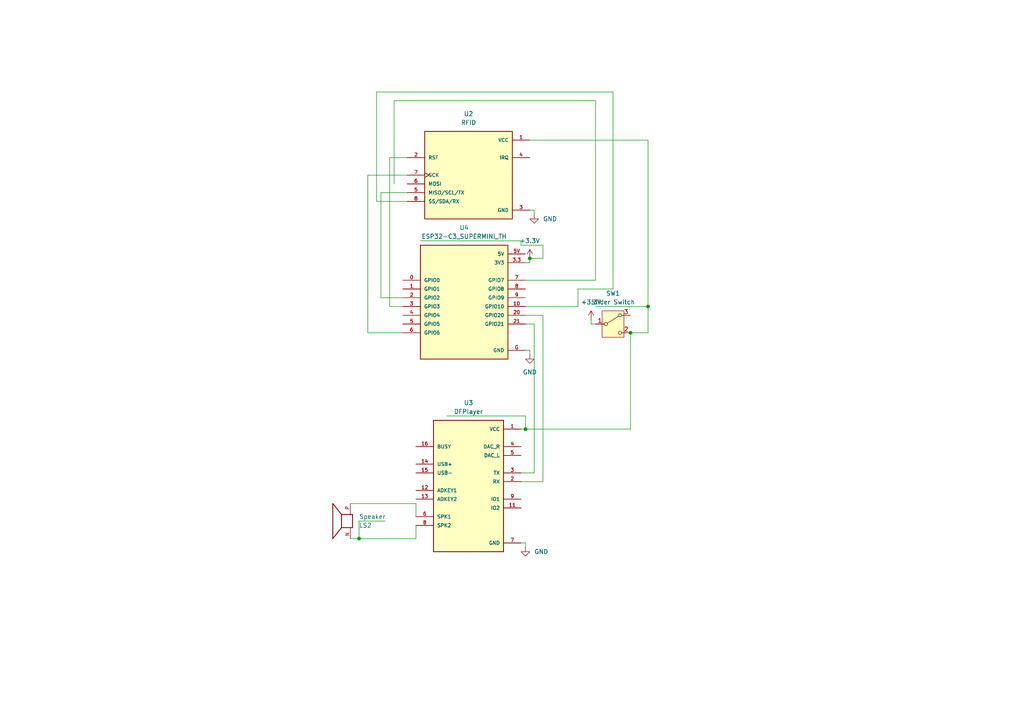
<source format=kicad_sch>
(kicad_sch
	(version 20250114)
	(generator "eeschema")
	(generator_version "9.0")
	(uuid "28b9e432-97c7-416d-90c1-8d7d325c0aca")
	(paper "A4")
	(lib_symbols
		(symbol "DFR0299:DFR0299"
			(pin_names
				(offset 1.016)
			)
			(exclude_from_sim no)
			(in_bom yes)
			(on_board yes)
			(property "Reference" "U"
				(at -10.16 18.542 0)
				(effects
					(font
						(size 1.27 1.27)
					)
					(justify left bottom)
				)
			)
			(property "Value" "DFR0299"
				(at -10.16 -22.86 0)
				(effects
					(font
						(size 1.27 1.27)
					)
					(justify left bottom)
				)
			)
			(property "Footprint" "DFR0299:MODULE_DFR0299"
				(at 0 0 0)
				(effects
					(font
						(size 1.27 1.27)
					)
					(justify bottom)
					(hide yes)
				)
			)
			(property "Datasheet" ""
				(at 0 0 0)
				(effects
					(font
						(size 1.27 1.27)
					)
					(hide yes)
				)
			)
			(property "Description" "Dfplayer - a Mini Mp3 Player"
				(at 0 0 0)
				(effects
					(font
						(size 1.27 1.27)
					)
					(justify bottom)
					(hide yes)
				)
			)
			(property "MF" "DFRobot"
				(at 0 0 0)
				(effects
					(font
						(size 1.27 1.27)
					)
					(justify bottom)
					(hide yes)
				)
			)
			(property "PACKAGE" "None"
				(at 0 0 0)
				(effects
					(font
						(size 1.27 1.27)
					)
					(justify bottom)
					(hide yes)
				)
			)
			(property "PRICE" "None"
				(at 0 0 0)
				(effects
					(font
						(size 1.27 1.27)
					)
					(justify bottom)
					(hide yes)
				)
			)
			(property "Package" "None"
				(at 0 0 0)
				(effects
					(font
						(size 1.27 1.27)
					)
					(justify bottom)
					(hide yes)
				)
			)
			(property "Check_prices" "https://www.snapeda.com/parts/DFR0299/DFRobot/view-part/?ref=eda"
				(at 0 0 0)
				(effects
					(font
						(size 1.27 1.27)
					)
					(justify bottom)
					(hide yes)
				)
			)
			(property "Price" "None"
				(at 0 0 0)
				(effects
					(font
						(size 1.27 1.27)
					)
					(justify bottom)
					(hide yes)
				)
			)
			(property "SnapEDA_Link" "https://www.snapeda.com/parts/DFR0299/DFRobot/view-part/?ref=snap"
				(at 0 0 0)
				(effects
					(font
						(size 1.27 1.27)
					)
					(justify bottom)
					(hide yes)
				)
			)
			(property "MP" "DFR0299"
				(at 0 0 0)
				(effects
					(font
						(size 1.27 1.27)
					)
					(justify bottom)
					(hide yes)
				)
			)
			(property "Purchase-URL" "https://www.snapeda.com/api/url_track_click_mouser/?unipart_id=588059&manufacturer=DFRobot&part_name=DFR0299&search_term=None"
				(at 0 0 0)
				(effects
					(font
						(size 1.27 1.27)
					)
					(justify bottom)
					(hide yes)
				)
			)
			(property "Availability" "In Stock"
				(at 0 0 0)
				(effects
					(font
						(size 1.27 1.27)
					)
					(justify bottom)
					(hide yes)
				)
			)
			(property "AVAILABILITY" "Unavailable"
				(at 0 0 0)
				(effects
					(font
						(size 1.27 1.27)
					)
					(justify bottom)
					(hide yes)
				)
			)
			(property "Description_1" "- MP3 Player Audio Arduino Platform Evaluation Expansion Board"
				(at 0 0 0)
				(effects
					(font
						(size 1.27 1.27)
					)
					(justify bottom)
					(hide yes)
				)
			)
			(symbol "DFR0299_0_0"
				(rectangle
					(start -10.16 -20.32)
					(end 10.16 17.78)
					(stroke
						(width 0.254)
						(type default)
					)
					(fill
						(type background)
					)
				)
				(pin input line
					(at -15.24 10.16 0)
					(length 5.08)
					(name "BUSY"
						(effects
							(font
								(size 1.016 1.016)
							)
						)
					)
					(number "16"
						(effects
							(font
								(size 1.016 1.016)
							)
						)
					)
				)
				(pin input line
					(at -15.24 5.08 0)
					(length 5.08)
					(name "USB+"
						(effects
							(font
								(size 1.016 1.016)
							)
						)
					)
					(number "14"
						(effects
							(font
								(size 1.016 1.016)
							)
						)
					)
				)
				(pin input line
					(at -15.24 2.54 0)
					(length 5.08)
					(name "USB-"
						(effects
							(font
								(size 1.016 1.016)
							)
						)
					)
					(number "15"
						(effects
							(font
								(size 1.016 1.016)
							)
						)
					)
				)
				(pin input line
					(at -15.24 -2.54 0)
					(length 5.08)
					(name "ADKEY1"
						(effects
							(font
								(size 1.016 1.016)
							)
						)
					)
					(number "12"
						(effects
							(font
								(size 1.016 1.016)
							)
						)
					)
				)
				(pin input line
					(at -15.24 -5.08 0)
					(length 5.08)
					(name "ADKEY2"
						(effects
							(font
								(size 1.016 1.016)
							)
						)
					)
					(number "13"
						(effects
							(font
								(size 1.016 1.016)
							)
						)
					)
				)
				(pin passive line
					(at -15.24 -10.16 0)
					(length 5.08)
					(name "SPK1"
						(effects
							(font
								(size 1.016 1.016)
							)
						)
					)
					(number "6"
						(effects
							(font
								(size 1.016 1.016)
							)
						)
					)
				)
				(pin passive line
					(at -15.24 -12.7 0)
					(length 5.08)
					(name "SPK2"
						(effects
							(font
								(size 1.016 1.016)
							)
						)
					)
					(number "8"
						(effects
							(font
								(size 1.016 1.016)
							)
						)
					)
				)
				(pin power_in line
					(at 15.24 15.24 180)
					(length 5.08)
					(name "VCC"
						(effects
							(font
								(size 1.016 1.016)
							)
						)
					)
					(number "1"
						(effects
							(font
								(size 1.016 1.016)
							)
						)
					)
				)
				(pin output line
					(at 15.24 10.16 180)
					(length 5.08)
					(name "DAC_R"
						(effects
							(font
								(size 1.016 1.016)
							)
						)
					)
					(number "4"
						(effects
							(font
								(size 1.016 1.016)
							)
						)
					)
				)
				(pin output line
					(at 15.24 7.62 180)
					(length 5.08)
					(name "DAC_L"
						(effects
							(font
								(size 1.016 1.016)
							)
						)
					)
					(number "5"
						(effects
							(font
								(size 1.016 1.016)
							)
						)
					)
				)
				(pin output line
					(at 15.24 2.54 180)
					(length 5.08)
					(name "TX"
						(effects
							(font
								(size 1.016 1.016)
							)
						)
					)
					(number "3"
						(effects
							(font
								(size 1.016 1.016)
							)
						)
					)
				)
				(pin input line
					(at 15.24 0 180)
					(length 5.08)
					(name "RX"
						(effects
							(font
								(size 1.016 1.016)
							)
						)
					)
					(number "2"
						(effects
							(font
								(size 1.016 1.016)
							)
						)
					)
				)
				(pin bidirectional line
					(at 15.24 -5.08 180)
					(length 5.08)
					(name "IO1"
						(effects
							(font
								(size 1.016 1.016)
							)
						)
					)
					(number "9"
						(effects
							(font
								(size 1.016 1.016)
							)
						)
					)
				)
				(pin bidirectional line
					(at 15.24 -7.62 180)
					(length 5.08)
					(name "IO2"
						(effects
							(font
								(size 1.016 1.016)
							)
						)
					)
					(number "11"
						(effects
							(font
								(size 1.016 1.016)
							)
						)
					)
				)
				(pin power_in line
					(at 15.24 -17.78 180)
					(length 5.08)
					(hide yes)
					(name "GND"
						(effects
							(font
								(size 1.016 1.016)
							)
						)
					)
					(number "10"
						(effects
							(font
								(size 1.016 1.016)
							)
						)
					)
				)
				(pin power_in line
					(at 15.24 -17.78 180)
					(length 5.08)
					(name "GND"
						(effects
							(font
								(size 1.016 1.016)
							)
						)
					)
					(number "7"
						(effects
							(font
								(size 1.016 1.016)
							)
						)
					)
				)
			)
			(embedded_fonts no)
		)
		(symbol "ESP32-c3 super mini:ESP32-C3_SUPERMINI_TH"
			(pin_names
				(offset 1.016)
			)
			(exclude_from_sim no)
			(in_bom yes)
			(on_board yes)
			(property "Reference" "U"
				(at -12.7 16.002 0)
				(effects
					(font
						(size 1.27 1.27)
					)
					(justify left bottom)
				)
			)
			(property "Value" "ESP32-C3_SUPERMINI_TH"
				(at -12.7 -20.32 0)
				(effects
					(font
						(size 1.27 1.27)
					)
					(justify left bottom)
				)
			)
			(property "Footprint" "ESP32-C3_SUPERMINI_TH:MODULE_ESP32-C3_SUPERMINI_TH"
				(at 0 0 0)
				(effects
					(font
						(size 1.27 1.27)
					)
					(justify bottom)
					(hide yes)
				)
			)
			(property "Datasheet" ""
				(at 0 0 0)
				(effects
					(font
						(size 1.27 1.27)
					)
					(hide yes)
				)
			)
			(property "Description" ""
				(at 0 0 0)
				(effects
					(font
						(size 1.27 1.27)
					)
					(hide yes)
				)
			)
			(property "MF" "Espressif Systems"
				(at 0 0 0)
				(effects
					(font
						(size 1.27 1.27)
					)
					(justify bottom)
					(hide yes)
				)
			)
			(property "Description_1" "Super tiny ESP32-C3 board"
				(at 0 0 0)
				(effects
					(font
						(size 1.27 1.27)
					)
					(justify bottom)
					(hide yes)
				)
			)
			(property "CREATOR" "DIZAR"
				(at 0 0 0)
				(effects
					(font
						(size 1.27 1.27)
					)
					(justify bottom)
					(hide yes)
				)
			)
			(property "Price" "None"
				(at 0 0 0)
				(effects
					(font
						(size 1.27 1.27)
					)
					(justify bottom)
					(hide yes)
				)
			)
			(property "Package" "Package"
				(at 0 0 0)
				(effects
					(font
						(size 1.27 1.27)
					)
					(justify bottom)
					(hide yes)
				)
			)
			(property "Check_prices" "https://www.snapeda.com/parts/ESP32-C3%20SuperMini_TH/Espressif+Systems/view-part/?ref=eda"
				(at 0 0 0)
				(effects
					(font
						(size 1.27 1.27)
					)
					(justify bottom)
					(hide yes)
				)
			)
			(property "STANDARD" "IPC-7351B"
				(at 0 0 0)
				(effects
					(font
						(size 1.27 1.27)
					)
					(justify bottom)
					(hide yes)
				)
			)
			(property "VERIFIER" ""
				(at 0 0 0)
				(effects
					(font
						(size 1.27 1.27)
					)
					(justify bottom)
					(hide yes)
				)
			)
			(property "SnapEDA_Link" "https://www.snapeda.com/parts/ESP32-C3%20SuperMini_TH/Espressif+Systems/view-part/?ref=snap"
				(at 0 0 0)
				(effects
					(font
						(size 1.27 1.27)
					)
					(justify bottom)
					(hide yes)
				)
			)
			(property "MP" "ESP32-C3 SuperMini_TH"
				(at 0 0 0)
				(effects
					(font
						(size 1.27 1.27)
					)
					(justify bottom)
					(hide yes)
				)
			)
			(property "Availability" "Not in stock"
				(at 0 0 0)
				(effects
					(font
						(size 1.27 1.27)
					)
					(justify bottom)
					(hide yes)
				)
			)
			(property "MANUFACTURER" "Espressif Systems"
				(at 0 0 0)
				(effects
					(font
						(size 1.27 1.27)
					)
					(justify bottom)
					(hide yes)
				)
			)
			(symbol "ESP32-C3_SUPERMINI_TH_0_0"
				(rectangle
					(start -12.7 -17.78)
					(end 12.7 15.24)
					(stroke
						(width 0.254)
						(type default)
					)
					(fill
						(type background)
					)
				)
				(pin bidirectional line
					(at -17.78 5.08 0)
					(length 5.08)
					(name "GPIO0"
						(effects
							(font
								(size 1.016 1.016)
							)
						)
					)
					(number "0"
						(effects
							(font
								(size 1.016 1.016)
							)
						)
					)
				)
				(pin bidirectional line
					(at -17.78 2.54 0)
					(length 5.08)
					(name "GPIO1"
						(effects
							(font
								(size 1.016 1.016)
							)
						)
					)
					(number "1"
						(effects
							(font
								(size 1.016 1.016)
							)
						)
					)
				)
				(pin bidirectional line
					(at -17.78 0 0)
					(length 5.08)
					(name "GPIO2"
						(effects
							(font
								(size 1.016 1.016)
							)
						)
					)
					(number "2"
						(effects
							(font
								(size 1.016 1.016)
							)
						)
					)
				)
				(pin bidirectional line
					(at -17.78 -2.54 0)
					(length 5.08)
					(name "GPIO3"
						(effects
							(font
								(size 1.016 1.016)
							)
						)
					)
					(number "3"
						(effects
							(font
								(size 1.016 1.016)
							)
						)
					)
				)
				(pin bidirectional line
					(at -17.78 -5.08 0)
					(length 5.08)
					(name "GPIO4"
						(effects
							(font
								(size 1.016 1.016)
							)
						)
					)
					(number "4"
						(effects
							(font
								(size 1.016 1.016)
							)
						)
					)
				)
				(pin bidirectional line
					(at -17.78 -7.62 0)
					(length 5.08)
					(name "GPIO5"
						(effects
							(font
								(size 1.016 1.016)
							)
						)
					)
					(number "5"
						(effects
							(font
								(size 1.016 1.016)
							)
						)
					)
				)
				(pin bidirectional line
					(at -17.78 -10.16 0)
					(length 5.08)
					(name "GPIO6"
						(effects
							(font
								(size 1.016 1.016)
							)
						)
					)
					(number "6"
						(effects
							(font
								(size 1.016 1.016)
							)
						)
					)
				)
				(pin power_in line
					(at 17.78 12.7 180)
					(length 5.08)
					(name "5V"
						(effects
							(font
								(size 1.016 1.016)
							)
						)
					)
					(number "5V"
						(effects
							(font
								(size 1.016 1.016)
							)
						)
					)
				)
				(pin power_in line
					(at 17.78 10.16 180)
					(length 5.08)
					(name "3V3"
						(effects
							(font
								(size 1.016 1.016)
							)
						)
					)
					(number "3.3"
						(effects
							(font
								(size 1.016 1.016)
							)
						)
					)
				)
				(pin bidirectional line
					(at 17.78 5.08 180)
					(length 5.08)
					(name "GPIO7"
						(effects
							(font
								(size 1.016 1.016)
							)
						)
					)
					(number "7"
						(effects
							(font
								(size 1.016 1.016)
							)
						)
					)
				)
				(pin bidirectional line
					(at 17.78 2.54 180)
					(length 5.08)
					(name "GPIO8"
						(effects
							(font
								(size 1.016 1.016)
							)
						)
					)
					(number "8"
						(effects
							(font
								(size 1.016 1.016)
							)
						)
					)
				)
				(pin bidirectional line
					(at 17.78 0 180)
					(length 5.08)
					(name "GPIO9"
						(effects
							(font
								(size 1.016 1.016)
							)
						)
					)
					(number "9"
						(effects
							(font
								(size 1.016 1.016)
							)
						)
					)
				)
				(pin bidirectional line
					(at 17.78 -2.54 180)
					(length 5.08)
					(name "GPIO10"
						(effects
							(font
								(size 1.016 1.016)
							)
						)
					)
					(number "10"
						(effects
							(font
								(size 1.016 1.016)
							)
						)
					)
				)
				(pin bidirectional line
					(at 17.78 -5.08 180)
					(length 5.08)
					(name "GPIO20"
						(effects
							(font
								(size 1.016 1.016)
							)
						)
					)
					(number "20"
						(effects
							(font
								(size 1.016 1.016)
							)
						)
					)
				)
				(pin bidirectional line
					(at 17.78 -7.62 180)
					(length 5.08)
					(name "GPIO21"
						(effects
							(font
								(size 1.016 1.016)
							)
						)
					)
					(number "21"
						(effects
							(font
								(size 1.016 1.016)
							)
						)
					)
				)
				(pin power_in line
					(at 17.78 -15.24 180)
					(length 5.08)
					(name "GND"
						(effects
							(font
								(size 1.016 1.016)
							)
						)
					)
					(number "G"
						(effects
							(font
								(size 1.016 1.016)
							)
						)
					)
				)
			)
			(embedded_fonts no)
		)
		(symbol "RFID RC522:CEG006900"
			(pin_names
				(offset 1.016)
			)
			(exclude_from_sim no)
			(in_bom yes)
			(on_board yes)
			(property "Reference" "U"
				(at -12.7 15.24 0)
				(effects
					(font
						(size 1.27 1.27)
					)
					(justify left top)
				)
			)
			(property "Value" "CEG006900"
				(at -12.7 -15.24 0)
				(effects
					(font
						(size 1.27 1.27)
					)
					(justify left bottom)
				)
			)
			(property "Footprint" "CEG006900:MODULE_CEG006900"
				(at 0 0 0)
				(effects
					(font
						(size 1.27 1.27)
					)
					(justify bottom)
					(hide yes)
				)
			)
			(property "Datasheet" ""
				(at 0 0 0)
				(effects
					(font
						(size 1.27 1.27)
					)
					(hide yes)
				)
			)
			(property "Description" ""
				(at 0 0 0)
				(effects
					(font
						(size 1.27 1.27)
					)
					(hide yes)
				)
			)
			(property "MF" "YKS"
				(at 0 0 0)
				(effects
					(font
						(size 1.27 1.27)
					)
					(justify bottom)
					(hide yes)
				)
			)
			(property "Description_1" "RFID RC522 Reader IC Card Module Tags SPI Interface Read and Write"
				(at 0 0 0)
				(effects
					(font
						(size 1.27 1.27)
					)
					(justify bottom)
					(hide yes)
				)
			)
			(property "Package" "None"
				(at 0 0 0)
				(effects
					(font
						(size 1.27 1.27)
					)
					(justify bottom)
					(hide yes)
				)
			)
			(property "Price" "None"
				(at 0 0 0)
				(effects
					(font
						(size 1.27 1.27)
					)
					(justify bottom)
					(hide yes)
				)
			)
			(property "Check_prices" "https://www.snapeda.com/parts/CEG006900/YKS/view-part/?ref=eda"
				(at 0 0 0)
				(effects
					(font
						(size 1.27 1.27)
					)
					(justify bottom)
					(hide yes)
				)
			)
			(property "STANDARD" "IPC 7351B"
				(at 0 0 0)
				(effects
					(font
						(size 1.27 1.27)
					)
					(justify bottom)
					(hide yes)
				)
			)
			(property "PARTREV" "12 June 2019"
				(at 0 0 0)
				(effects
					(font
						(size 1.27 1.27)
					)
					(justify bottom)
					(hide yes)
				)
			)
			(property "SnapEDA_Link" "https://www.snapeda.com/parts/CEG006900/YKS/view-part/?ref=snap"
				(at 0 0 0)
				(effects
					(font
						(size 1.27 1.27)
					)
					(justify bottom)
					(hide yes)
				)
			)
			(property "MP" "CEG006900"
				(at 0 0 0)
				(effects
					(font
						(size 1.27 1.27)
					)
					(justify bottom)
					(hide yes)
				)
			)
			(property "Availability" "Not in stock"
				(at 0 0 0)
				(effects
					(font
						(size 1.27 1.27)
					)
					(justify bottom)
					(hide yes)
				)
			)
			(property "MANUFACTURER" "YKS"
				(at 0 0 0)
				(effects
					(font
						(size 1.27 1.27)
					)
					(justify bottom)
					(hide yes)
				)
			)
			(symbol "CEG006900_0_0"
				(rectangle
					(start -12.7 -12.7)
					(end 12.7 12.7)
					(stroke
						(width 0.254)
						(type default)
					)
					(fill
						(type background)
					)
				)
				(pin input line
					(at -17.78 5.08 0)
					(length 5.08)
					(name "RST"
						(effects
							(font
								(size 1.016 1.016)
							)
						)
					)
					(number "2"
						(effects
							(font
								(size 1.016 1.016)
							)
						)
					)
				)
				(pin input clock
					(at -17.78 0 0)
					(length 5.08)
					(name "SCK"
						(effects
							(font
								(size 1.016 1.016)
							)
						)
					)
					(number "7"
						(effects
							(font
								(size 1.016 1.016)
							)
						)
					)
				)
				(pin input line
					(at -17.78 -2.54 0)
					(length 5.08)
					(name "MOSI"
						(effects
							(font
								(size 1.016 1.016)
							)
						)
					)
					(number "6"
						(effects
							(font
								(size 1.016 1.016)
							)
						)
					)
				)
				(pin bidirectional line
					(at -17.78 -5.08 0)
					(length 5.08)
					(name "MISO/SCL/TX"
						(effects
							(font
								(size 1.016 1.016)
							)
						)
					)
					(number "5"
						(effects
							(font
								(size 1.016 1.016)
							)
						)
					)
				)
				(pin bidirectional line
					(at -17.78 -7.62 0)
					(length 5.08)
					(name "SS/SDA/RX"
						(effects
							(font
								(size 1.016 1.016)
							)
						)
					)
					(number "8"
						(effects
							(font
								(size 1.016 1.016)
							)
						)
					)
				)
				(pin power_in line
					(at 17.78 10.16 180)
					(length 5.08)
					(name "VCC"
						(effects
							(font
								(size 1.016 1.016)
							)
						)
					)
					(number "1"
						(effects
							(font
								(size 1.016 1.016)
							)
						)
					)
				)
				(pin output line
					(at 17.78 5.08 180)
					(length 5.08)
					(name "IRQ"
						(effects
							(font
								(size 1.016 1.016)
							)
						)
					)
					(number "4"
						(effects
							(font
								(size 1.016 1.016)
							)
						)
					)
				)
				(pin power_in line
					(at 17.78 -10.16 180)
					(length 5.08)
					(name "GND"
						(effects
							(font
								(size 1.016 1.016)
							)
						)
					)
					(number "3"
						(effects
							(font
								(size 1.016 1.016)
							)
						)
					)
				)
			)
			(embedded_fonts no)
		)
		(symbol "Speaker:KAAG13008-07C"
			(pin_names
				(offset 1.016)
			)
			(exclude_from_sim no)
			(in_bom yes)
			(on_board yes)
			(property "Reference" "LS"
				(at -1.27 6.35 0)
				(effects
					(font
						(size 1.27 1.27)
					)
					(justify left bottom)
				)
			)
			(property "Value" "KAAG13008-07C"
				(at -1.27 -8.255 0)
				(effects
					(font
						(size 1.27 1.27)
					)
					(justify left bottom)
				)
			)
			(property "Footprint" "KAAG13008-07C:SPKR_KAAG13008-07C"
				(at 0 0 0)
				(effects
					(font
						(size 1.27 1.27)
					)
					(justify bottom)
					(hide yes)
				)
			)
			(property "Datasheet" ""
				(at 0 0 0)
				(effects
					(font
						(size 1.27 1.27)
					)
					(hide yes)
				)
			)
			(property "Description" ""
				(at 0 0 0)
				(effects
					(font
						(size 1.27 1.27)
					)
					(hide yes)
				)
			)
			(property "MF" "Kingstate"
				(at 0 0 0)
				(effects
					(font
						(size 1.27 1.27)
					)
					(justify bottom)
					(hide yes)
				)
			)
			(property "MAXIMUM_PACKAGE_HEIGHT" "4.2"
				(at 0 0 0)
				(effects
					(font
						(size 1.27 1.27)
					)
					(justify bottom)
					(hide yes)
				)
			)
			(property "Package" "None"
				(at 0 0 0)
				(effects
					(font
						(size 1.27 1.27)
					)
					(justify bottom)
					(hide yes)
				)
			)
			(property "Price" "None"
				(at 0 0 0)
				(effects
					(font
						(size 1.27 1.27)
					)
					(justify bottom)
					(hide yes)
				)
			)
			(property "Check_prices" "https://www.snapeda.com/parts/KAAG13008-07C/Kingstate/view-part/?ref=eda"
				(at 0 0 0)
				(effects
					(font
						(size 1.27 1.27)
					)
					(justify bottom)
					(hide yes)
				)
			)
			(property "STANDARD" "Manufacturer Recommendations"
				(at 0 0 0)
				(effects
					(font
						(size 1.27 1.27)
					)
					(justify bottom)
					(hide yes)
				)
			)
			(property "PARTREV" "1.2"
				(at 0 0 0)
				(effects
					(font
						(size 1.27 1.27)
					)
					(justify bottom)
					(hide yes)
				)
			)
			(property "SnapEDA_Link" "https://www.snapeda.com/parts/KAAG13008-07C/Kingstate/view-part/?ref=snap"
				(at 0 0 0)
				(effects
					(font
						(size 1.27 1.27)
					)
					(justify bottom)
					(hide yes)
				)
			)
			(property "MP" "KAAG13008-07C"
				(at 0 0 0)
				(effects
					(font
						(size 1.27 1.27)
					)
					(justify bottom)
					(hide yes)
				)
			)
			(property "Description_1" "Speaker 0.7W, 8Ω ,97 dB (SPL), 850Hz, SMD type"
				(at 0 0 0)
				(effects
					(font
						(size 1.27 1.27)
					)
					(justify bottom)
					(hide yes)
				)
			)
			(property "Availability" "In Stock"
				(at 0 0 0)
				(effects
					(font
						(size 1.27 1.27)
					)
					(justify bottom)
					(hide yes)
				)
			)
			(property "MANUFACTURER" "Kingstate"
				(at 0 0 0)
				(effects
					(font
						(size 1.27 1.27)
					)
					(justify bottom)
					(hide yes)
				)
			)
			(symbol "KAAG13008-07C_0_0"
				(polyline
					(pts
						(xy -3.175 1.905) (xy -3.175 -1.905)
					)
					(stroke
						(width 0.254)
						(type default)
					)
					(fill
						(type none)
					)
				)
				(polyline
					(pts
						(xy -3.175 1.905) (xy -2.54 1.905)
					)
					(stroke
						(width 0.254)
						(type default)
					)
					(fill
						(type none)
					)
				)
				(polyline
					(pts
						(xy -3.175 -1.905) (xy -2.54 -1.905)
					)
					(stroke
						(width 0.254)
						(type default)
					)
					(fill
						(type none)
					)
				)
				(polyline
					(pts
						(xy -2.54 2.54) (xy -2.54 1.905)
					)
					(stroke
						(width 0.1524)
						(type default)
					)
					(fill
						(type none)
					)
				)
				(polyline
					(pts
						(xy -2.54 1.905) (xy 0 1.905)
					)
					(stroke
						(width 0.254)
						(type default)
					)
					(fill
						(type none)
					)
				)
				(polyline
					(pts
						(xy -2.54 -1.905) (xy 0 -1.905)
					)
					(stroke
						(width 0.254)
						(type default)
					)
					(fill
						(type none)
					)
				)
				(polyline
					(pts
						(xy -2.54 -2.54) (xy -2.54 -1.905)
					)
					(stroke
						(width 0.1524)
						(type default)
					)
					(fill
						(type none)
					)
				)
				(polyline
					(pts
						(xy 0 1.905) (xy 2.54 5.08)
					)
					(stroke
						(width 0.254)
						(type default)
					)
					(fill
						(type none)
					)
				)
				(polyline
					(pts
						(xy 0 -1.905) (xy 0 1.905)
					)
					(stroke
						(width 0.254)
						(type default)
					)
					(fill
						(type none)
					)
				)
				(polyline
					(pts
						(xy 0 -1.905) (xy 2.54 -5.08)
					)
					(stroke
						(width 0.254)
						(type default)
					)
					(fill
						(type none)
					)
				)
				(polyline
					(pts
						(xy 2.54 -5.08) (xy 2.54 5.08)
					)
					(stroke
						(width 0.254)
						(type default)
					)
					(fill
						(type none)
					)
				)
				(pin passive line
					(at -2.54 5.08 270)
					(length 2.54)
					(name "~"
						(effects
							(font
								(size 1.016 1.016)
							)
						)
					)
					(number "P"
						(effects
							(font
								(size 1.016 1.016)
							)
						)
					)
				)
				(pin passive line
					(at -2.54 -5.08 90)
					(length 2.54)
					(name "~"
						(effects
							(font
								(size 1.016 1.016)
							)
						)
					)
					(number "N"
						(effects
							(font
								(size 1.016 1.016)
							)
						)
					)
				)
			)
			(embedded_fonts no)
		)
		(symbol "Switch:SW_Wuerth_450301014042"
			(pin_names
				(offset 1)
				(hide yes)
			)
			(exclude_from_sim no)
			(in_bom yes)
			(on_board yes)
			(property "Reference" "SW"
				(at 0 5.08 0)
				(effects
					(font
						(size 1.27 1.27)
					)
				)
			)
			(property "Value" "SW_Wuerth_450301014042"
				(at 0 -5.08 0)
				(effects
					(font
						(size 1.27 1.27)
					)
				)
			)
			(property "Footprint" "Button_Switch_THT:SW_Slide-03_Wuerth-WS-SLTV_10x2.5x6.4_P2.54mm"
				(at 0 -10.16 0)
				(effects
					(font
						(size 1.27 1.27)
					)
					(hide yes)
				)
			)
			(property "Datasheet" "https://www.we-online.com/components/products/datasheet/450301014042.pdf"
				(at 0 -7.62 0)
				(effects
					(font
						(size 1.27 1.27)
					)
					(hide yes)
				)
			)
			(property "Description" "Switch slide, single pole double throw"
				(at 0 0 0)
				(effects
					(font
						(size 1.27 1.27)
					)
					(hide yes)
				)
			)
			(property "ki_keywords" "changeover single-pole opposite-side-connection double-throw spdt ON-ON"
				(at 0 0 0)
				(effects
					(font
						(size 1.27 1.27)
					)
					(hide yes)
				)
			)
			(property "ki_fp_filters" "SW*Wuerth*WS*SLTV*10x2.5x6.4*P2.54mm*"
				(at 0 0 0)
				(effects
					(font
						(size 1.27 1.27)
					)
					(hide yes)
				)
			)
			(symbol "SW_Wuerth_450301014042_0_1"
				(circle
					(center -2.032 0)
					(radius 0.4572)
					(stroke
						(width 0)
						(type default)
					)
					(fill
						(type none)
					)
				)
				(polyline
					(pts
						(xy -1.651 0.254) (xy 1.651 2.286)
					)
					(stroke
						(width 0)
						(type default)
					)
					(fill
						(type none)
					)
				)
				(circle
					(center 2.032 2.54)
					(radius 0.4572)
					(stroke
						(width 0)
						(type default)
					)
					(fill
						(type none)
					)
				)
				(circle
					(center 2.032 -2.54)
					(radius 0.4572)
					(stroke
						(width 0)
						(type default)
					)
					(fill
						(type none)
					)
				)
			)
			(symbol "SW_Wuerth_450301014042_1_1"
				(rectangle
					(start -3.175 3.81)
					(end 3.175 -3.81)
					(stroke
						(width 0)
						(type default)
					)
					(fill
						(type background)
					)
				)
				(pin passive line
					(at -5.08 0 0)
					(length 2.54)
					(name "B"
						(effects
							(font
								(size 1.27 1.27)
							)
						)
					)
					(number "1"
						(effects
							(font
								(size 1.27 1.27)
							)
						)
					)
				)
				(pin passive line
					(at 5.08 2.54 180)
					(length 2.54)
					(name "A"
						(effects
							(font
								(size 1.27 1.27)
							)
						)
					)
					(number "3"
						(effects
							(font
								(size 1.27 1.27)
							)
						)
					)
				)
				(pin passive line
					(at 5.08 -2.54 180)
					(length 2.54)
					(name "C"
						(effects
							(font
								(size 1.27 1.27)
							)
						)
					)
					(number "2"
						(effects
							(font
								(size 1.27 1.27)
							)
						)
					)
				)
			)
			(embedded_fonts no)
		)
		(symbol "power:+3.3V"
			(power)
			(pin_numbers
				(hide yes)
			)
			(pin_names
				(offset 0)
				(hide yes)
			)
			(exclude_from_sim no)
			(in_bom yes)
			(on_board yes)
			(property "Reference" "#PWR"
				(at 0 -3.81 0)
				(effects
					(font
						(size 1.27 1.27)
					)
					(hide yes)
				)
			)
			(property "Value" "+3.3V"
				(at 0 3.556 0)
				(effects
					(font
						(size 1.27 1.27)
					)
				)
			)
			(property "Footprint" ""
				(at 0 0 0)
				(effects
					(font
						(size 1.27 1.27)
					)
					(hide yes)
				)
			)
			(property "Datasheet" ""
				(at 0 0 0)
				(effects
					(font
						(size 1.27 1.27)
					)
					(hide yes)
				)
			)
			(property "Description" "Power symbol creates a global label with name \"+3.3V\""
				(at 0 0 0)
				(effects
					(font
						(size 1.27 1.27)
					)
					(hide yes)
				)
			)
			(property "ki_keywords" "global power"
				(at 0 0 0)
				(effects
					(font
						(size 1.27 1.27)
					)
					(hide yes)
				)
			)
			(symbol "+3.3V_0_1"
				(polyline
					(pts
						(xy -0.762 1.27) (xy 0 2.54)
					)
					(stroke
						(width 0)
						(type default)
					)
					(fill
						(type none)
					)
				)
				(polyline
					(pts
						(xy 0 2.54) (xy 0.762 1.27)
					)
					(stroke
						(width 0)
						(type default)
					)
					(fill
						(type none)
					)
				)
				(polyline
					(pts
						(xy 0 0) (xy 0 2.54)
					)
					(stroke
						(width 0)
						(type default)
					)
					(fill
						(type none)
					)
				)
			)
			(symbol "+3.3V_1_1"
				(pin power_in line
					(at 0 0 90)
					(length 0)
					(name "~"
						(effects
							(font
								(size 1.27 1.27)
							)
						)
					)
					(number "1"
						(effects
							(font
								(size 1.27 1.27)
							)
						)
					)
				)
			)
			(embedded_fonts no)
		)
		(symbol "power:GND"
			(power)
			(pin_numbers
				(hide yes)
			)
			(pin_names
				(offset 0)
				(hide yes)
			)
			(exclude_from_sim no)
			(in_bom yes)
			(on_board yes)
			(property "Reference" "#PWR"
				(at 0 -6.35 0)
				(effects
					(font
						(size 1.27 1.27)
					)
					(hide yes)
				)
			)
			(property "Value" "GND"
				(at 0 -3.81 0)
				(effects
					(font
						(size 1.27 1.27)
					)
				)
			)
			(property "Footprint" ""
				(at 0 0 0)
				(effects
					(font
						(size 1.27 1.27)
					)
					(hide yes)
				)
			)
			(property "Datasheet" ""
				(at 0 0 0)
				(effects
					(font
						(size 1.27 1.27)
					)
					(hide yes)
				)
			)
			(property "Description" "Power symbol creates a global label with name \"GND\" , ground"
				(at 0 0 0)
				(effects
					(font
						(size 1.27 1.27)
					)
					(hide yes)
				)
			)
			(property "ki_keywords" "global power"
				(at 0 0 0)
				(effects
					(font
						(size 1.27 1.27)
					)
					(hide yes)
				)
			)
			(symbol "GND_0_1"
				(polyline
					(pts
						(xy 0 0) (xy 0 -1.27) (xy 1.27 -1.27) (xy 0 -2.54) (xy -1.27 -1.27) (xy 0 -1.27)
					)
					(stroke
						(width 0)
						(type default)
					)
					(fill
						(type none)
					)
				)
			)
			(symbol "GND_1_1"
				(pin power_in line
					(at 0 0 270)
					(length 0)
					(name "~"
						(effects
							(font
								(size 1.27 1.27)
							)
						)
					)
					(number "1"
						(effects
							(font
								(size 1.27 1.27)
							)
						)
					)
				)
			)
			(embedded_fonts no)
		)
	)
	(junction
		(at 104.14 156.21)
		(diameter 0)
		(color 0 0 0 0)
		(uuid "181a78bb-2397-403f-8eb8-b73a359eceae")
	)
	(junction
		(at 187.96 88.9)
		(diameter 0)
		(color 0 0 0 0)
		(uuid "7a1db7c6-0c86-42e1-a92b-944203ba6c95")
	)
	(junction
		(at 182.88 96.52)
		(diameter 0)
		(color 0 0 0 0)
		(uuid "837ba897-3cf3-4a0d-a98a-e587959a014c")
	)
	(junction
		(at 153.67 74.93)
		(diameter 0)
		(color 0 0 0 0)
		(uuid "9b71dbaa-d838-4873-ae04-d51c8357a58e")
	)
	(junction
		(at 152.4 124.46)
		(diameter 0)
		(color 0 0 0 0)
		(uuid "b853dae7-5112-4f57-bfc5-557727f524e1")
	)
	(wire
		(pts
			(xy 153.67 76.2) (xy 153.67 74.93)
		)
		(stroke
			(width 0)
			(type default)
		)
		(uuid "0692d2ac-1e5a-46ec-bcdb-d5fa7e89d96e")
	)
	(wire
		(pts
			(xy 106.68 96.52) (xy 116.84 96.52)
		)
		(stroke
			(width 0)
			(type default)
		)
		(uuid "0c874c09-bca1-4cee-b956-5a157cb7c3d7")
	)
	(wire
		(pts
			(xy 110.49 55.88) (xy 110.49 86.36)
		)
		(stroke
			(width 0)
			(type default)
		)
		(uuid "0ec6604a-8b24-4083-a4df-07017f9331fe")
	)
	(wire
		(pts
			(xy 113.03 88.9) (xy 116.84 88.9)
		)
		(stroke
			(width 0)
			(type default)
		)
		(uuid "0f89a776-110c-4889-8f90-0cd3b54ce3de")
	)
	(wire
		(pts
			(xy 187.96 96.52) (xy 182.88 96.52)
		)
		(stroke
			(width 0)
			(type default)
		)
		(uuid "1c66c367-97d4-4316-b4da-47c8e6463918")
	)
	(wire
		(pts
			(xy 171.45 93.98) (xy 171.45 92.71)
		)
		(stroke
			(width 0)
			(type default)
		)
		(uuid "20cfa789-d1e1-470a-b7ef-69804530ecad")
	)
	(wire
		(pts
			(xy 151.13 71.12) (xy 151.13 69.85)
		)
		(stroke
			(width 0)
			(type default)
		)
		(uuid "23f92783-7012-41b1-9c8d-1c4846009739")
	)
	(wire
		(pts
			(xy 177.8 83.82) (xy 167.64 83.82)
		)
		(stroke
			(width 0)
			(type default)
		)
		(uuid "241a4a54-f654-4f5f-be8c-c6054c67c464")
	)
	(wire
		(pts
			(xy 154.94 137.16) (xy 154.94 93.98)
		)
		(stroke
			(width 0)
			(type default)
		)
		(uuid "257cccbc-763f-4926-ac75-f792ec12c5c0")
	)
	(wire
		(pts
			(xy 118.11 45.72) (xy 113.03 45.72)
		)
		(stroke
			(width 0)
			(type default)
		)
		(uuid "36f66227-22ba-422e-93ed-c05963e2252d")
	)
	(wire
		(pts
			(xy 172.72 88.9) (xy 187.96 88.9)
		)
		(stroke
			(width 0)
			(type default)
		)
		(uuid "37a47679-972c-45b6-8d50-314b18cd4cc8")
	)
	(wire
		(pts
			(xy 153.67 60.96) (xy 154.94 60.96)
		)
		(stroke
			(width 0)
			(type default)
		)
		(uuid "3a6738fc-0284-4e63-936f-222d3c6b63d3")
	)
	(wire
		(pts
			(xy 182.88 124.46) (xy 152.4 124.46)
		)
		(stroke
			(width 0)
			(type default)
		)
		(uuid "3b727cab-b07b-41c0-bc92-acd1ec1a6e61")
	)
	(wire
		(pts
			(xy 120.65 152.4) (xy 120.65 156.21)
		)
		(stroke
			(width 0)
			(type default)
		)
		(uuid "4afdf3cb-cd89-4615-ab0b-9e0915be1497")
	)
	(wire
		(pts
			(xy 187.96 40.64) (xy 187.96 88.9)
		)
		(stroke
			(width 0)
			(type default)
		)
		(uuid "4d8cd358-86ec-4ea5-9410-8061dac1cd24")
	)
	(wire
		(pts
			(xy 152.4 157.48) (xy 152.4 158.75)
		)
		(stroke
			(width 0)
			(type default)
		)
		(uuid "4e4b65e3-d319-4c00-98ff-23369f81d936")
	)
	(wire
		(pts
			(xy 110.49 86.36) (xy 116.84 86.36)
		)
		(stroke
			(width 0)
			(type default)
		)
		(uuid "5d8bbe7f-38e8-40ca-bede-fbab5fa735c6")
	)
	(wire
		(pts
			(xy 113.03 45.72) (xy 113.03 88.9)
		)
		(stroke
			(width 0)
			(type default)
		)
		(uuid "5f235fc1-c2cd-4518-83e8-cc9194435398")
	)
	(wire
		(pts
			(xy 109.22 26.67) (xy 109.22 58.42)
		)
		(stroke
			(width 0)
			(type default)
		)
		(uuid "5f3a65ba-19fc-4792-87ba-0027292c3555")
	)
	(wire
		(pts
			(xy 152.4 101.6) (xy 153.67 101.6)
		)
		(stroke
			(width 0)
			(type default)
		)
		(uuid "61c5bc11-dd86-4a52-a1c6-eee0f4eb32d9")
	)
	(wire
		(pts
			(xy 114.3 29.21) (xy 172.72 29.21)
		)
		(stroke
			(width 0)
			(type default)
		)
		(uuid "625393b7-829e-4ff0-b4ca-7af6cc26585b")
	)
	(wire
		(pts
			(xy 106.68 50.8) (xy 106.68 96.52)
		)
		(stroke
			(width 0)
			(type default)
		)
		(uuid "69fd88ef-75ad-4d7f-ac32-6a05b7f14f78")
	)
	(wire
		(pts
			(xy 154.94 60.96) (xy 154.94 62.23)
		)
		(stroke
			(width 0)
			(type default)
		)
		(uuid "6b87a867-8e43-4dc0-a55f-6f5e939a7c52")
	)
	(wire
		(pts
			(xy 167.64 88.9) (xy 152.4 88.9)
		)
		(stroke
			(width 0)
			(type default)
		)
		(uuid "71df9600-bc56-4fac-8487-cf559c46d04c")
	)
	(wire
		(pts
			(xy 152.4 124.46) (xy 151.13 124.46)
		)
		(stroke
			(width 0)
			(type default)
		)
		(uuid "732cee5a-f19d-45ee-a211-fcef9016e3d7")
	)
	(wire
		(pts
			(xy 120.65 149.86) (xy 120.65 146.05)
		)
		(stroke
			(width 0)
			(type default)
		)
		(uuid "76ce9e23-df4c-432f-9cc8-5cc3b295314e")
	)
	(wire
		(pts
			(xy 157.48 139.7) (xy 151.13 139.7)
		)
		(stroke
			(width 0)
			(type default)
		)
		(uuid "7e48c094-d298-467d-a6e8-8491793f396e")
	)
	(wire
		(pts
			(xy 152.4 76.2) (xy 153.67 76.2)
		)
		(stroke
			(width 0)
			(type default)
		)
		(uuid "8246146a-52e3-4143-bfe5-51472c8e535e")
	)
	(wire
		(pts
			(xy 177.8 26.67) (xy 177.8 83.82)
		)
		(stroke
			(width 0)
			(type default)
		)
		(uuid "86e01d3b-bdaa-4a32-b896-dde4bc8748b4")
	)
	(wire
		(pts
			(xy 153.67 74.93) (xy 157.48 74.93)
		)
		(stroke
			(width 0)
			(type default)
		)
		(uuid "89a2f2bc-403d-4d1a-b1f0-50d3be0848ed")
	)
	(wire
		(pts
			(xy 109.22 58.42) (xy 118.11 58.42)
		)
		(stroke
			(width 0)
			(type default)
		)
		(uuid "8a671006-7f07-425d-8bce-3291ab71be8f")
	)
	(wire
		(pts
			(xy 157.48 91.44) (xy 152.4 91.44)
		)
		(stroke
			(width 0)
			(type default)
		)
		(uuid "8b02183b-ed04-47bf-a90c-f28b6e2c7ecb")
	)
	(wire
		(pts
			(xy 114.3 29.21) (xy 114.3 53.34)
		)
		(stroke
			(width 0)
			(type default)
		)
		(uuid "9364b161-f64e-4fe0-a17d-2d4a45db68b4")
	)
	(wire
		(pts
			(xy 104.14 156.21) (xy 101.6 156.21)
		)
		(stroke
			(width 0)
			(type default)
		)
		(uuid "992eb9ca-c35a-4aef-9d69-b328d07e502a")
	)
	(wire
		(pts
			(xy 172.72 29.21) (xy 172.72 81.28)
		)
		(stroke
			(width 0)
			(type default)
		)
		(uuid "9bd860ce-82d9-410e-95d4-74cb8b63448e")
	)
	(wire
		(pts
			(xy 121.92 69.85) (xy 151.13 69.85)
		)
		(stroke
			(width 0)
			(type default)
		)
		(uuid "9d815b5d-e649-4005-ae63-90c6fd15c84b")
	)
	(wire
		(pts
			(xy 104.14 156.21) (xy 104.14 151.13)
		)
		(stroke
			(width 0)
			(type default)
		)
		(uuid "a5433fa1-1962-4df8-9200-fc93bafc75a7")
	)
	(wire
		(pts
			(xy 172.72 93.98) (xy 171.45 93.98)
		)
		(stroke
			(width 0)
			(type default)
		)
		(uuid "a8606f7d-5e99-4e08-8061-690a38948b9e")
	)
	(wire
		(pts
			(xy 151.13 137.16) (xy 154.94 137.16)
		)
		(stroke
			(width 0)
			(type default)
		)
		(uuid "a9544cbd-4352-4014-9f66-70db793c8256")
	)
	(wire
		(pts
			(xy 187.96 88.9) (xy 187.96 96.52)
		)
		(stroke
			(width 0)
			(type default)
		)
		(uuid "ade1c0c8-7800-4fda-abc4-c74cacd62e0e")
	)
	(wire
		(pts
			(xy 157.48 91.44) (xy 157.48 139.7)
		)
		(stroke
			(width 0)
			(type default)
		)
		(uuid "b1eee40c-0b87-4816-87b7-b6c7335af646")
	)
	(wire
		(pts
			(xy 104.14 151.13) (xy 111.76 151.13)
		)
		(stroke
			(width 0)
			(type default)
		)
		(uuid "b77f1140-c19e-40f4-b4b2-bdc6e7468e87")
	)
	(wire
		(pts
			(xy 167.64 83.82) (xy 167.64 88.9)
		)
		(stroke
			(width 0)
			(type default)
		)
		(uuid "ba241960-18b1-42b7-a477-a9d85a92dbc8")
	)
	(wire
		(pts
			(xy 153.67 40.64) (xy 187.96 40.64)
		)
		(stroke
			(width 0)
			(type default)
		)
		(uuid "c19c8ad5-5173-48cf-8854-f9e7ce9fb040")
	)
	(wire
		(pts
			(xy 182.88 96.52) (xy 182.88 124.46)
		)
		(stroke
			(width 0)
			(type default)
		)
		(uuid "cbf6b095-5b24-41a0-a896-e98884d9c431")
	)
	(wire
		(pts
			(xy 120.65 146.05) (xy 101.6 146.05)
		)
		(stroke
			(width 0)
			(type default)
		)
		(uuid "cde9a106-4d5c-437c-bbf2-ec445d816b42")
	)
	(wire
		(pts
			(xy 129.54 120.65) (xy 152.4 120.65)
		)
		(stroke
			(width 0)
			(type default)
		)
		(uuid "d14a7870-69e4-49ea-8aa2-33372d90165d")
	)
	(wire
		(pts
			(xy 154.94 93.98) (xy 152.4 93.98)
		)
		(stroke
			(width 0)
			(type default)
		)
		(uuid "d5bc8eb5-5d34-4540-b276-efb093fc1289")
	)
	(wire
		(pts
			(xy 157.48 71.12) (xy 151.13 71.12)
		)
		(stroke
			(width 0)
			(type default)
		)
		(uuid "d7a58342-7a64-4eaf-bcab-ac397747c8c9")
	)
	(wire
		(pts
			(xy 152.4 157.48) (xy 151.13 157.48)
		)
		(stroke
			(width 0)
			(type default)
		)
		(uuid "dc4ed399-374d-4f8e-a0a1-31b79855c36a")
	)
	(wire
		(pts
			(xy 118.11 50.8) (xy 106.68 50.8)
		)
		(stroke
			(width 0)
			(type default)
		)
		(uuid "dc9cf0e6-d79e-4443-b934-9308e93f30b0")
	)
	(wire
		(pts
			(xy 157.48 74.93) (xy 157.48 71.12)
		)
		(stroke
			(width 0)
			(type default)
		)
		(uuid "dff2340d-5d14-4e38-a959-82b7ea5be301")
	)
	(wire
		(pts
			(xy 172.72 81.28) (xy 152.4 81.28)
		)
		(stroke
			(width 0)
			(type default)
		)
		(uuid "ec374855-ca0f-4f91-8c46-e40e94f3b423")
	)
	(wire
		(pts
			(xy 120.65 156.21) (xy 104.14 156.21)
		)
		(stroke
			(width 0)
			(type default)
		)
		(uuid "efe8681d-6142-4ce4-897e-e96572e2c827")
	)
	(wire
		(pts
			(xy 152.4 120.65) (xy 152.4 124.46)
		)
		(stroke
			(width 0)
			(type default)
		)
		(uuid "f1a75c44-ad6b-45e6-b374-f48773d05ab0")
	)
	(wire
		(pts
			(xy 109.22 26.67) (xy 177.8 26.67)
		)
		(stroke
			(width 0)
			(type default)
		)
		(uuid "f1c1510c-46da-4e58-aa83-4722988b48c2")
	)
	(wire
		(pts
			(xy 118.11 55.88) (xy 110.49 55.88)
		)
		(stroke
			(width 0)
			(type default)
		)
		(uuid "f39e9462-9d3c-40f1-a96e-dd6917e9a559")
	)
	(wire
		(pts
			(xy 153.67 101.6) (xy 153.67 102.87)
		)
		(stroke
			(width 0)
			(type default)
		)
		(uuid "fd0a66a3-68e4-408b-9311-026d90875bd6")
	)
	(symbol
		(lib_id "Speaker:KAAG13008-07C")
		(at 99.06 151.13 0)
		(mirror y)
		(unit 1)
		(exclude_from_sim no)
		(in_bom yes)
		(on_board yes)
		(dnp no)
		(uuid "0f116c5b-d8ad-4281-a97f-bc8cc47b6b8b")
		(property "Reference" "LS2"
			(at 104.14 152.4001 0)
			(effects
				(font
					(size 1.27 1.27)
				)
				(justify right)
			)
		)
		(property "Value" "Speaker"
			(at 104.14 149.8601 0)
			(effects
				(font
					(size 1.27 1.27)
				)
				(justify right)
			)
		)
		(property "Footprint" "Speaker:SPKR_KAAG13008-07C"
			(at 99.06 151.13 0)
			(effects
				(font
					(size 1.27 1.27)
				)
				(justify bottom)
				(hide yes)
			)
		)
		(property "Datasheet" ""
			(at 99.06 151.13 0)
			(effects
				(font
					(size 1.27 1.27)
				)
				(hide yes)
			)
		)
		(property "Description" ""
			(at 99.06 151.13 0)
			(effects
				(font
					(size 1.27 1.27)
				)
				(hide yes)
			)
		)
		(property "MF" "Kingstate"
			(at 99.06 151.13 0)
			(effects
				(font
					(size 1.27 1.27)
				)
				(justify bottom)
				(hide yes)
			)
		)
		(property "MAXIMUM_PACKAGE_HEIGHT" "4.2"
			(at 99.06 151.13 0)
			(effects
				(font
					(size 1.27 1.27)
				)
				(justify bottom)
				(hide yes)
			)
		)
		(property "Package" "None"
			(at 99.06 151.13 0)
			(effects
				(font
					(size 1.27 1.27)
				)
				(justify bottom)
				(hide yes)
			)
		)
		(property "Price" "None"
			(at 99.06 151.13 0)
			(effects
				(font
					(size 1.27 1.27)
				)
				(justify bottom)
				(hide yes)
			)
		)
		(property "Check_prices" "https://www.snapeda.com/parts/KAAG13008-07C/Kingstate/view-part/?ref=eda"
			(at 99.06 151.13 0)
			(effects
				(font
					(size 1.27 1.27)
				)
				(justify bottom)
				(hide yes)
			)
		)
		(property "STANDARD" "Manufacturer Recommendations"
			(at 99.06 151.13 0)
			(effects
				(font
					(size 1.27 1.27)
				)
				(justify bottom)
				(hide yes)
			)
		)
		(property "PARTREV" "1.2"
			(at 99.06 151.13 0)
			(effects
				(font
					(size 1.27 1.27)
				)
				(justify bottom)
				(hide yes)
			)
		)
		(property "SnapEDA_Link" "https://www.snapeda.com/parts/KAAG13008-07C/Kingstate/view-part/?ref=snap"
			(at 99.06 151.13 0)
			(effects
				(font
					(size 1.27 1.27)
				)
				(justify bottom)
				(hide yes)
			)
		)
		(property "MP" "KAAG13008-07C"
			(at 99.06 151.13 0)
			(effects
				(font
					(size 1.27 1.27)
				)
				(justify bottom)
				(hide yes)
			)
		)
		(property "Description_1" "Speaker 0.7W, 8Ω ,97 dB (SPL), 850Hz, SMD type"
			(at 99.06 151.13 0)
			(effects
				(font
					(size 1.27 1.27)
				)
				(justify bottom)
				(hide yes)
			)
		)
		(property "Availability" "In Stock"
			(at 99.06 151.13 0)
			(effects
				(font
					(size 1.27 1.27)
				)
				(justify bottom)
				(hide yes)
			)
		)
		(property "MANUFACTURER" "Kingstate"
			(at 99.06 151.13 0)
			(effects
				(font
					(size 1.27 1.27)
				)
				(justify bottom)
				(hide yes)
			)
		)
		(pin "N"
			(uuid "d1cbf104-9865-469a-a813-8668d62c1dd7")
		)
		(pin "P"
			(uuid "42e9af3b-f6ca-4244-ba07-74cd38583508")
		)
		(instances
			(project ""
				(path "/28b9e432-97c7-416d-90c1-8d7d325c0aca"
					(reference "LS2")
					(unit 1)
				)
			)
		)
	)
	(symbol
		(lib_id "power:GND")
		(at 152.4 158.75 0)
		(unit 1)
		(exclude_from_sim no)
		(in_bom yes)
		(on_board yes)
		(dnp no)
		(fields_autoplaced yes)
		(uuid "297655c9-a0dc-46ce-994a-9e0e8b1c8146")
		(property "Reference" "#PWR04"
			(at 152.4 165.1 0)
			(effects
				(font
					(size 1.27 1.27)
				)
				(hide yes)
			)
		)
		(property "Value" "GND"
			(at 154.94 160.0199 0)
			(effects
				(font
					(size 1.27 1.27)
				)
				(justify left)
			)
		)
		(property "Footprint" ""
			(at 152.4 158.75 0)
			(effects
				(font
					(size 1.27 1.27)
				)
				(hide yes)
			)
		)
		(property "Datasheet" ""
			(at 152.4 158.75 0)
			(effects
				(font
					(size 1.27 1.27)
				)
				(hide yes)
			)
		)
		(property "Description" "Power symbol creates a global label with name \"GND\" , ground"
			(at 152.4 158.75 0)
			(effects
				(font
					(size 1.27 1.27)
				)
				(hide yes)
			)
		)
		(pin "1"
			(uuid "7bbbd3dd-e6fc-4a89-9c23-2d521a000ae0")
		)
		(instances
			(project "Jason's Jukebox"
				(path "/28b9e432-97c7-416d-90c1-8d7d325c0aca"
					(reference "#PWR04")
					(unit 1)
				)
			)
		)
	)
	(symbol
		(lib_id "RFID RC522:CEG006900")
		(at 135.89 50.8 0)
		(unit 1)
		(exclude_from_sim no)
		(in_bom yes)
		(on_board yes)
		(dnp no)
		(fields_autoplaced yes)
		(uuid "3d029e1e-b940-4b9d-95df-ef4b18dff856")
		(property "Reference" "U2"
			(at 135.89 33.02 0)
			(effects
				(font
					(size 1.27 1.27)
				)
			)
		)
		(property "Value" "RFID"
			(at 135.89 35.56 0)
			(effects
				(font
					(size 1.27 1.27)
				)
			)
		)
		(property "Footprint" "RFID:MODULE_CEG006900"
			(at 135.89 50.8 0)
			(effects
				(font
					(size 1.27 1.27)
				)
				(justify bottom)
				(hide yes)
			)
		)
		(property "Datasheet" ""
			(at 135.89 50.8 0)
			(effects
				(font
					(size 1.27 1.27)
				)
				(hide yes)
			)
		)
		(property "Description" ""
			(at 135.89 50.8 0)
			(effects
				(font
					(size 1.27 1.27)
				)
				(hide yes)
			)
		)
		(property "MF" "YKS"
			(at 135.89 50.8 0)
			(effects
				(font
					(size 1.27 1.27)
				)
				(justify bottom)
				(hide yes)
			)
		)
		(property "Description_1" "RFID RC522 Reader IC Card Module Tags SPI Interface Read and Write"
			(at 135.89 50.8 0)
			(effects
				(font
					(size 1.27 1.27)
				)
				(justify bottom)
				(hide yes)
			)
		)
		(property "Package" "None"
			(at 135.89 50.8 0)
			(effects
				(font
					(size 1.27 1.27)
				)
				(justify bottom)
				(hide yes)
			)
		)
		(property "Price" "None"
			(at 135.89 50.8 0)
			(effects
				(font
					(size 1.27 1.27)
				)
				(justify bottom)
				(hide yes)
			)
		)
		(property "Check_prices" "https://www.snapeda.com/parts/CEG006900/YKS/view-part/?ref=eda"
			(at 135.89 50.8 0)
			(effects
				(font
					(size 1.27 1.27)
				)
				(justify bottom)
				(hide yes)
			)
		)
		(property "STANDARD" "IPC 7351B"
			(at 135.89 50.8 0)
			(effects
				(font
					(size 1.27 1.27)
				)
				(justify bottom)
				(hide yes)
			)
		)
		(property "PARTREV" "12 June 2019"
			(at 135.89 50.8 0)
			(effects
				(font
					(size 1.27 1.27)
				)
				(justify bottom)
				(hide yes)
			)
		)
		(property "SnapEDA_Link" "https://www.snapeda.com/parts/CEG006900/YKS/view-part/?ref=snap"
			(at 135.89 50.8 0)
			(effects
				(font
					(size 1.27 1.27)
				)
				(justify bottom)
				(hide yes)
			)
		)
		(property "MP" "CEG006900"
			(at 135.89 50.8 0)
			(effects
				(font
					(size 1.27 1.27)
				)
				(justify bottom)
				(hide yes)
			)
		)
		(property "Availability" "Not in stock"
			(at 135.89 50.8 0)
			(effects
				(font
					(size 1.27 1.27)
				)
				(justify bottom)
				(hide yes)
			)
		)
		(property "MANUFACTURER" "YKS"
			(at 135.89 50.8 0)
			(effects
				(font
					(size 1.27 1.27)
				)
				(justify bottom)
				(hide yes)
			)
		)
		(pin "3"
			(uuid "8994adeb-3a72-4be6-9659-eb1a373525b7")
		)
		(pin "6"
			(uuid "f8112b33-ef5c-4dbe-b51f-1885d6a427cf")
		)
		(pin "5"
			(uuid "c48fb666-9cf9-481a-8f7d-c74c6b3ce015")
		)
		(pin "1"
			(uuid "60214e2f-9f81-4c21-97ec-cfcf33e6f759")
		)
		(pin "2"
			(uuid "c97cc8a4-6514-4914-996f-b1859b1393f0")
		)
		(pin "7"
			(uuid "45d364a7-0c44-4875-b7fd-ccc90e6de6e1")
		)
		(pin "8"
			(uuid "fa4cccde-1ee7-4675-8881-7267e27acc27")
		)
		(pin "4"
			(uuid "df3a072b-1b1b-43dc-8910-e2ae22397436")
		)
		(instances
			(project ""
				(path "/28b9e432-97c7-416d-90c1-8d7d325c0aca"
					(reference "U2")
					(unit 1)
				)
			)
		)
	)
	(symbol
		(lib_id "Switch:SW_Wuerth_450301014042")
		(at 177.8 93.98 0)
		(unit 1)
		(exclude_from_sim no)
		(in_bom yes)
		(on_board yes)
		(dnp no)
		(fields_autoplaced yes)
		(uuid "6cec33db-cc68-45ef-987d-6c95ff71f866")
		(property "Reference" "SW1"
			(at 177.8 85.09 0)
			(effects
				(font
					(size 1.27 1.27)
				)
			)
		)
		(property "Value" "Slider Switch"
			(at 177.8 87.63 0)
			(effects
				(font
					(size 1.27 1.27)
				)
			)
		)
		(property "Footprint" "Button_Switch_THT:SW_Slide-03_Wuerth-WS-SLTV_10x2.5x6.4_P2.54mm"
			(at 177.8 104.14 0)
			(effects
				(font
					(size 1.27 1.27)
				)
				(hide yes)
			)
		)
		(property "Datasheet" "https://www.we-online.com/components/products/datasheet/450301014042.pdf"
			(at 177.8 101.6 0)
			(effects
				(font
					(size 1.27 1.27)
				)
				(hide yes)
			)
		)
		(property "Description" "Switch slide, single pole double throw"
			(at 177.8 93.98 0)
			(effects
				(font
					(size 1.27 1.27)
				)
				(hide yes)
			)
		)
		(pin "3"
			(uuid "b97b0cda-5343-4d04-9ebe-941281a2da77")
		)
		(pin "2"
			(uuid "9315c532-d806-4d77-a937-5544f39b3c58")
		)
		(pin "1"
			(uuid "5548762c-f258-4625-978d-aa8c9b6f0fd4")
		)
		(instances
			(project ""
				(path "/28b9e432-97c7-416d-90c1-8d7d325c0aca"
					(reference "SW1")
					(unit 1)
				)
			)
		)
	)
	(symbol
		(lib_id "ESP32-c3 super mini:ESP32-C3_SUPERMINI_TH")
		(at 134.62 86.36 0)
		(unit 1)
		(exclude_from_sim no)
		(in_bom yes)
		(on_board yes)
		(dnp no)
		(fields_autoplaced yes)
		(uuid "b61a86d6-49eb-4c75-bce2-2bf356e2fc1b")
		(property "Reference" "U4"
			(at 134.62 66.04 0)
			(effects
				(font
					(size 1.27 1.27)
				)
			)
		)
		(property "Value" "ESP32-C3_SUPERMINI_TH"
			(at 134.62 68.58 0)
			(effects
				(font
					(size 1.27 1.27)
				)
			)
		)
		(property "Footprint" "ESP32-c3 super mini:MODULE_ESP32-C3_SUPERMINI_TH"
			(at 134.62 86.36 0)
			(effects
				(font
					(size 1.27 1.27)
				)
				(justify bottom)
				(hide yes)
			)
		)
		(property "Datasheet" ""
			(at 134.62 86.36 0)
			(effects
				(font
					(size 1.27 1.27)
				)
				(hide yes)
			)
		)
		(property "Description" ""
			(at 134.62 86.36 0)
			(effects
				(font
					(size 1.27 1.27)
				)
				(hide yes)
			)
		)
		(property "MF" "Espressif Systems"
			(at 134.62 86.36 0)
			(effects
				(font
					(size 1.27 1.27)
				)
				(justify bottom)
				(hide yes)
			)
		)
		(property "Description_1" "Super tiny ESP32-C3 board"
			(at 134.62 86.36 0)
			(effects
				(font
					(size 1.27 1.27)
				)
				(justify bottom)
				(hide yes)
			)
		)
		(property "CREATOR" "DIZAR"
			(at 134.62 86.36 0)
			(effects
				(font
					(size 1.27 1.27)
				)
				(justify bottom)
				(hide yes)
			)
		)
		(property "Price" "None"
			(at 134.62 86.36 0)
			(effects
				(font
					(size 1.27 1.27)
				)
				(justify bottom)
				(hide yes)
			)
		)
		(property "Package" "Package"
			(at 134.62 86.36 0)
			(effects
				(font
					(size 1.27 1.27)
				)
				(justify bottom)
				(hide yes)
			)
		)
		(property "Check_prices" "https://www.snapeda.com/parts/ESP32-C3%20SuperMini_TH/Espressif+Systems/view-part/?ref=eda"
			(at 134.62 86.36 0)
			(effects
				(font
					(size 1.27 1.27)
				)
				(justify bottom)
				(hide yes)
			)
		)
		(property "STANDARD" "IPC-7351B"
			(at 134.62 86.36 0)
			(effects
				(font
					(size 1.27 1.27)
				)
				(justify bottom)
				(hide yes)
			)
		)
		(property "VERIFIER" ""
			(at 134.62 86.36 0)
			(effects
				(font
					(size 1.27 1.27)
				)
				(justify bottom)
				(hide yes)
			)
		)
		(property "SnapEDA_Link" "https://www.snapeda.com/parts/ESP32-C3%20SuperMini_TH/Espressif+Systems/view-part/?ref=snap"
			(at 134.62 86.36 0)
			(effects
				(font
					(size 1.27 1.27)
				)
				(justify bottom)
				(hide yes)
			)
		)
		(property "MP" "ESP32-C3 SuperMini_TH"
			(at 134.62 86.36 0)
			(effects
				(font
					(size 1.27 1.27)
				)
				(justify bottom)
				(hide yes)
			)
		)
		(property "Availability" "Not in stock"
			(at 134.62 86.36 0)
			(effects
				(font
					(size 1.27 1.27)
				)
				(justify bottom)
				(hide yes)
			)
		)
		(property "MANUFACTURER" "Espressif Systems"
			(at 134.62 86.36 0)
			(effects
				(font
					(size 1.27 1.27)
				)
				(justify bottom)
				(hide yes)
			)
		)
		(pin "6"
			(uuid "1aafd1aa-0a20-4901-86da-c0ce74ae906a")
		)
		(pin "8"
			(uuid "b2f1f858-3dd5-438d-8c28-23c0048eacd4")
		)
		(pin "9"
			(uuid "0e3eae9c-b656-4a75-87c6-08039656014d")
		)
		(pin "10"
			(uuid "e7dd8eed-df04-436a-9e41-80d2fdc6412a")
		)
		(pin "5V"
			(uuid "cef28066-bfb4-4687-b643-f4034f39b1f8")
		)
		(pin "7"
			(uuid "78e8123a-1c6d-4923-b24d-830cf140880d")
		)
		(pin "20"
			(uuid "cf619dcb-d35b-466c-b58f-e5ca1a17fe80")
		)
		(pin "21"
			(uuid "a44e68bd-c888-4adc-a060-2aaec9b68cc5")
		)
		(pin "G"
			(uuid "5236735f-80cc-4b83-9b2b-7f06e331853e")
		)
		(pin "3.3"
			(uuid "39305081-c2ca-4b5b-9cf0-edb1f0044443")
		)
		(pin "0"
			(uuid "cee45665-ce39-4309-a5d9-4fe64b30782c")
		)
		(pin "4"
			(uuid "1efeed3b-f8e0-4615-9f25-17aff977c4c4")
		)
		(pin "5"
			(uuid "61b0ba23-3c72-4a98-aab2-cb89a094261a")
		)
		(pin "1"
			(uuid "e85a688b-33a1-47fb-b9a2-181448d9f4fd")
		)
		(pin "2"
			(uuid "87972c9f-0db6-4148-9b38-7c02a863ef04")
		)
		(pin "3"
			(uuid "a75fb77b-4c34-4937-8480-e55086b96a7c")
		)
		(instances
			(project ""
				(path "/28b9e432-97c7-416d-90c1-8d7d325c0aca"
					(reference "U4")
					(unit 1)
				)
			)
		)
	)
	(symbol
		(lib_id "power:GND")
		(at 153.67 102.87 0)
		(unit 1)
		(exclude_from_sim no)
		(in_bom yes)
		(on_board yes)
		(dnp no)
		(fields_autoplaced yes)
		(uuid "b84f8c83-eb79-43e8-9b83-f9091e9a35c6")
		(property "Reference" "#PWR03"
			(at 153.67 109.22 0)
			(effects
				(font
					(size 1.27 1.27)
				)
				(hide yes)
			)
		)
		(property "Value" "GND"
			(at 153.67 107.95 0)
			(effects
				(font
					(size 1.27 1.27)
				)
			)
		)
		(property "Footprint" ""
			(at 153.67 102.87 0)
			(effects
				(font
					(size 1.27 1.27)
				)
				(hide yes)
			)
		)
		(property "Datasheet" ""
			(at 153.67 102.87 0)
			(effects
				(font
					(size 1.27 1.27)
				)
				(hide yes)
			)
		)
		(property "Description" "Power symbol creates a global label with name \"GND\" , ground"
			(at 153.67 102.87 0)
			(effects
				(font
					(size 1.27 1.27)
				)
				(hide yes)
			)
		)
		(pin "1"
			(uuid "d762abbb-141c-4a1b-aa42-6131a5fad752")
		)
		(instances
			(project ""
				(path "/28b9e432-97c7-416d-90c1-8d7d325c0aca"
					(reference "#PWR03")
					(unit 1)
				)
			)
		)
	)
	(symbol
		(lib_id "DFR0299:DFR0299")
		(at 135.89 139.7 0)
		(unit 1)
		(exclude_from_sim no)
		(in_bom yes)
		(on_board yes)
		(dnp no)
		(fields_autoplaced yes)
		(uuid "c44cc689-dff5-474a-ad78-1832dc5fcab6")
		(property "Reference" "U3"
			(at 135.89 116.84 0)
			(effects
				(font
					(size 1.27 1.27)
				)
			)
		)
		(property "Value" "DFPlayer"
			(at 135.89 119.38 0)
			(effects
				(font
					(size 1.27 1.27)
				)
			)
		)
		(property "Footprint" "DFPlayer:MODULE_DFR0299"
			(at 135.89 139.7 0)
			(effects
				(font
					(size 1.27 1.27)
				)
				(justify bottom)
				(hide yes)
			)
		)
		(property "Datasheet" ""
			(at 135.89 139.7 0)
			(effects
				(font
					(size 1.27 1.27)
				)
				(hide yes)
			)
		)
		(property "Description" ""
			(at 135.89 139.7 0)
			(effects
				(font
					(size 1.27 1.27)
				)
				(hide yes)
			)
		)
		(property "MF" "DFRobot"
			(at 135.89 139.7 0)
			(effects
				(font
					(size 1.27 1.27)
				)
				(justify bottom)
				(hide yes)
			)
		)
		(property "DESCRIPTION" "Dfplayer - a Mini Mp3 Player"
			(at 135.89 139.7 0)
			(effects
				(font
					(size 1.27 1.27)
				)
				(justify bottom)
				(hide yes)
			)
		)
		(property "PACKAGE" "None"
			(at 135.89 139.7 0)
			(effects
				(font
					(size 1.27 1.27)
				)
				(justify bottom)
				(hide yes)
			)
		)
		(property "PRICE" "None"
			(at 135.89 139.7 0)
			(effects
				(font
					(size 1.27 1.27)
				)
				(justify bottom)
				(hide yes)
			)
		)
		(property "Package" "None"
			(at 135.89 139.7 0)
			(effects
				(font
					(size 1.27 1.27)
				)
				(justify bottom)
				(hide yes)
			)
		)
		(property "Check_prices" "https://www.snapeda.com/parts/DFR0299/DFRobot/view-part/?ref=eda"
			(at 135.89 139.7 0)
			(effects
				(font
					(size 1.27 1.27)
				)
				(justify bottom)
				(hide yes)
			)
		)
		(property "Price" "None"
			(at 135.89 139.7 0)
			(effects
				(font
					(size 1.27 1.27)
				)
				(justify bottom)
				(hide yes)
			)
		)
		(property "SnapEDA_Link" "https://www.snapeda.com/parts/DFR0299/DFRobot/view-part/?ref=snap"
			(at 135.89 139.7 0)
			(effects
				(font
					(size 1.27 1.27)
				)
				(justify bottom)
				(hide yes)
			)
		)
		(property "MP" "DFR0299"
			(at 135.89 139.7 0)
			(effects
				(font
					(size 1.27 1.27)
				)
				(justify bottom)
				(hide yes)
			)
		)
		(property "Purchase-URL" "https://www.snapeda.com/api/url_track_click_mouser/?unipart_id=588059&manufacturer=DFRobot&part_name=DFR0299&search_term=None"
			(at 135.89 139.7 0)
			(effects
				(font
					(size 1.27 1.27)
				)
				(justify bottom)
				(hide yes)
			)
		)
		(property "Availability" "In Stock"
			(at 135.89 139.7 0)
			(effects
				(font
					(size 1.27 1.27)
				)
				(justify bottom)
				(hide yes)
			)
		)
		(property "AVAILABILITY" "Unavailable"
			(at 135.89 139.7 0)
			(effects
				(font
					(size 1.27 1.27)
				)
				(justify bottom)
				(hide yes)
			)
		)
		(property "Description_1" "- MP3 Player Audio Arduino Platform Evaluation Expansion Board"
			(at 135.89 139.7 0)
			(effects
				(font
					(size 1.27 1.27)
				)
				(justify bottom)
				(hide yes)
			)
		)
		(pin "15"
			(uuid "5d0008a0-a6ff-49f2-a896-09bd1c109225")
		)
		(pin "1"
			(uuid "d723734f-9093-41d8-82e7-2b1d2fefc006")
		)
		(pin "2"
			(uuid "7346d834-c3d8-40cb-8232-54afa862fe74")
		)
		(pin "14"
			(uuid "b5ba5d68-6848-4671-96a5-2f3e081cf228")
		)
		(pin "6"
			(uuid "e2880b80-133e-45a3-9d7b-3da39fffbd77")
		)
		(pin "13"
			(uuid "16e59314-3879-466b-89d7-bef2e7a23959")
		)
		(pin "7"
			(uuid "14cabbfc-499d-400d-901e-4fa11e22d88b")
		)
		(pin "4"
			(uuid "8d8f3716-19aa-4cb0-a1f6-cba0db0e0023")
		)
		(pin "11"
			(uuid "9dd3c75c-831a-4c3e-9b25-4c0d424cda9c")
		)
		(pin "9"
			(uuid "fc68ae32-91f4-4018-8478-342d77dc993e")
		)
		(pin "16"
			(uuid "15f0fd99-907a-46c1-898c-2261ca7c8d0d")
		)
		(pin "3"
			(uuid "4a42071e-d093-4e66-ad8c-72e2f24f2a88")
		)
		(pin "12"
			(uuid "74cdd712-572d-47a3-b266-314543e18d0c")
		)
		(pin "5"
			(uuid "cf950b9c-7036-4cbe-9658-1728192cdc53")
		)
		(pin "8"
			(uuid "a21fee4a-2983-4381-a555-472e85a7197a")
		)
		(pin "10"
			(uuid "f165a3e9-5d7f-4a9c-93d8-6986c4c47407")
		)
		(instances
			(project ""
				(path "/28b9e432-97c7-416d-90c1-8d7d325c0aca"
					(reference "U3")
					(unit 1)
				)
			)
		)
	)
	(symbol
		(lib_id "power:GND")
		(at 154.94 62.23 0)
		(unit 1)
		(exclude_from_sim no)
		(in_bom yes)
		(on_board yes)
		(dnp no)
		(fields_autoplaced yes)
		(uuid "e098edf6-e7d3-4a78-ae5d-db4743e013cc")
		(property "Reference" "#PWR05"
			(at 154.94 68.58 0)
			(effects
				(font
					(size 1.27 1.27)
				)
				(hide yes)
			)
		)
		(property "Value" "GND"
			(at 157.48 63.4999 0)
			(effects
				(font
					(size 1.27 1.27)
				)
				(justify left)
			)
		)
		(property "Footprint" ""
			(at 154.94 62.23 0)
			(effects
				(font
					(size 1.27 1.27)
				)
				(hide yes)
			)
		)
		(property "Datasheet" ""
			(at 154.94 62.23 0)
			(effects
				(font
					(size 1.27 1.27)
				)
				(hide yes)
			)
		)
		(property "Description" "Power symbol creates a global label with name \"GND\" , ground"
			(at 154.94 62.23 0)
			(effects
				(font
					(size 1.27 1.27)
				)
				(hide yes)
			)
		)
		(pin "1"
			(uuid "a7f8fabd-5eff-4538-825e-4f8c3abc28ed")
		)
		(instances
			(project "Jason's Jukebox"
				(path "/28b9e432-97c7-416d-90c1-8d7d325c0aca"
					(reference "#PWR05")
					(unit 1)
				)
			)
		)
	)
	(symbol
		(lib_id "power:+3.3V")
		(at 171.45 92.71 0)
		(unit 1)
		(exclude_from_sim no)
		(in_bom yes)
		(on_board yes)
		(dnp no)
		(fields_autoplaced yes)
		(uuid "e8664bc4-fe15-47ec-b042-6620efae9bd4")
		(property "Reference" "#PWR02"
			(at 171.45 96.52 0)
			(effects
				(font
					(size 1.27 1.27)
				)
				(hide yes)
			)
		)
		(property "Value" "+3.3V"
			(at 171.45 87.63 0)
			(effects
				(font
					(size 1.27 1.27)
				)
			)
		)
		(property "Footprint" ""
			(at 171.45 92.71 0)
			(effects
				(font
					(size 1.27 1.27)
				)
				(hide yes)
			)
		)
		(property "Datasheet" ""
			(at 171.45 92.71 0)
			(effects
				(font
					(size 1.27 1.27)
				)
				(hide yes)
			)
		)
		(property "Description" "Power symbol creates a global label with name \"+3.3V\""
			(at 171.45 92.71 0)
			(effects
				(font
					(size 1.27 1.27)
				)
				(hide yes)
			)
		)
		(pin "1"
			(uuid "66ba7bd5-41de-46a5-82b1-753c0517c74c")
		)
		(instances
			(project "Jason's Jukebox"
				(path "/28b9e432-97c7-416d-90c1-8d7d325c0aca"
					(reference "#PWR02")
					(unit 1)
				)
			)
		)
	)
	(symbol
		(lib_id "power:+3.3V")
		(at 153.67 74.93 0)
		(unit 1)
		(exclude_from_sim no)
		(in_bom yes)
		(on_board yes)
		(dnp no)
		(fields_autoplaced yes)
		(uuid "f5163966-170e-48bc-9621-301982c0151a")
		(property "Reference" "#PWR01"
			(at 153.67 78.74 0)
			(effects
				(font
					(size 1.27 1.27)
				)
				(hide yes)
			)
		)
		(property "Value" "+3.3V"
			(at 153.67 69.85 0)
			(effects
				(font
					(size 1.27 1.27)
				)
			)
		)
		(property "Footprint" ""
			(at 153.67 74.93 0)
			(effects
				(font
					(size 1.27 1.27)
				)
				(hide yes)
			)
		)
		(property "Datasheet" ""
			(at 153.67 74.93 0)
			(effects
				(font
					(size 1.27 1.27)
				)
				(hide yes)
			)
		)
		(property "Description" "Power symbol creates a global label with name \"+3.3V\""
			(at 153.67 74.93 0)
			(effects
				(font
					(size 1.27 1.27)
				)
				(hide yes)
			)
		)
		(pin "1"
			(uuid "bf0e0870-ab83-4df7-945d-ee39735e1f78")
		)
		(instances
			(project ""
				(path "/28b9e432-97c7-416d-90c1-8d7d325c0aca"
					(reference "#PWR01")
					(unit 1)
				)
			)
		)
	)
	(sheet_instances
		(path "/"
			(page "1")
		)
	)
	(embedded_fonts no)
)

</source>
